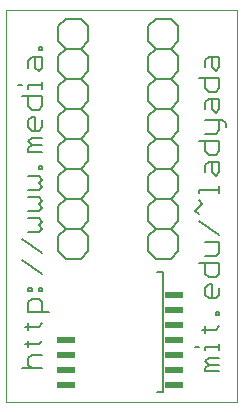
<source format=gto>
G75*
G70*
%OFA0B0*%
%FSLAX24Y24*%
%IPPOS*%
%LPD*%
%AMOC8*
5,1,8,0,0,1.08239X$1,22.5*
%
%ADD10C,0.0000*%
%ADD11C,0.0080*%
%ADD12C,0.0060*%
%ADD13R,0.0598X0.0193*%
%ADD14R,0.0599X0.0193*%
D10*
X000264Y014476D02*
X000264Y001406D01*
X007956Y001406D01*
X007956Y014476D01*
X000264Y014476D01*
D11*
X001131Y012898D02*
X001018Y012785D01*
X001018Y012558D01*
X001131Y012898D02*
X001472Y012898D01*
X001472Y012558D01*
X001358Y012444D01*
X001245Y012558D01*
X001245Y012898D01*
X001358Y013144D02*
X001358Y013257D01*
X001472Y013257D01*
X001472Y013144D01*
X001358Y013144D01*
X001472Y012088D02*
X001472Y011861D01*
X001472Y011975D02*
X001018Y011975D01*
X001018Y011861D01*
X001018Y011615D02*
X001018Y011275D01*
X001131Y011161D01*
X001358Y011161D01*
X001472Y011275D01*
X001472Y011615D01*
X000791Y011615D01*
X000791Y011975D02*
X000678Y011975D01*
X001131Y010915D02*
X001245Y010915D01*
X001245Y010462D01*
X001358Y010462D02*
X001131Y010462D01*
X001018Y010575D01*
X001018Y010802D01*
X001131Y010915D01*
X001472Y010575D02*
X001358Y010462D01*
X001472Y010575D02*
X001472Y010802D01*
X001472Y010216D02*
X001131Y010216D01*
X001018Y010102D01*
X001131Y009989D01*
X001472Y009989D01*
X001472Y009762D02*
X001018Y009762D01*
X001018Y009875D01*
X001131Y009989D01*
X001358Y009292D02*
X001472Y009292D01*
X001472Y009179D01*
X001358Y009179D01*
X001358Y009292D01*
X001358Y008933D02*
X001018Y008933D01*
X001018Y008479D02*
X001358Y008479D01*
X001472Y008592D01*
X001358Y008706D01*
X001472Y008819D01*
X001358Y008933D01*
X001358Y008233D02*
X001018Y008233D01*
X001018Y007779D02*
X001358Y007779D01*
X001472Y007893D01*
X001358Y008006D01*
X001472Y008119D01*
X001358Y008233D01*
X001358Y007533D02*
X001018Y007533D01*
X001018Y007079D02*
X001358Y007079D01*
X001472Y007193D01*
X001358Y007306D01*
X001472Y007420D01*
X001358Y007533D01*
X000791Y006833D02*
X001472Y006380D01*
X001472Y005680D02*
X000791Y006134D01*
X001018Y005210D02*
X001131Y005210D01*
X001131Y005097D01*
X001018Y005097D01*
X001018Y005210D01*
X001131Y004851D02*
X001018Y004737D01*
X001018Y004397D01*
X001699Y004397D01*
X001472Y004397D02*
X001472Y004737D01*
X001358Y004851D01*
X001131Y004851D01*
X001358Y005097D02*
X001472Y005097D01*
X001472Y005210D01*
X001358Y005210D01*
X001358Y005097D01*
X001472Y004041D02*
X001358Y003927D01*
X000905Y003927D01*
X001018Y003814D02*
X001018Y004041D01*
X001018Y003457D02*
X001018Y003231D01*
X000905Y003344D02*
X001358Y003344D01*
X001472Y003457D01*
X001472Y002985D02*
X001131Y002985D01*
X001018Y002871D01*
X001018Y002644D01*
X001131Y002531D01*
X000791Y002531D02*
X001472Y002531D01*
X005321Y001746D02*
X005518Y001746D01*
X005518Y005736D01*
X005321Y005736D01*
X006691Y007679D02*
X006578Y007793D01*
X006805Y008019D01*
X006691Y008133D01*
X006691Y008379D02*
X006691Y008492D01*
X007372Y008492D01*
X007372Y008379D02*
X007372Y008606D01*
X007258Y008962D02*
X007145Y009075D01*
X007145Y009416D01*
X007031Y009416D02*
X007372Y009416D01*
X007372Y009075D01*
X007258Y008962D01*
X006918Y009302D02*
X007031Y009416D01*
X007031Y009662D02*
X006918Y009775D01*
X006918Y010116D01*
X006918Y010362D02*
X007258Y010362D01*
X007372Y010475D01*
X007372Y010815D01*
X007485Y010815D02*
X007599Y010702D01*
X007599Y010588D01*
X007485Y010815D02*
X006918Y010815D01*
X006918Y011175D02*
X006918Y011402D01*
X007031Y011515D01*
X007372Y011515D01*
X007372Y011175D01*
X007258Y011061D01*
X007145Y011175D01*
X007145Y011515D01*
X007258Y011761D02*
X007031Y011761D01*
X006918Y011875D01*
X006918Y012215D01*
X006691Y012215D02*
X007372Y012215D01*
X007372Y011875D01*
X007258Y011761D01*
X007258Y012461D02*
X007145Y012574D01*
X007145Y012915D01*
X007031Y012915D02*
X007372Y012915D01*
X007372Y012574D01*
X007258Y012461D01*
X006918Y012801D02*
X007031Y012915D01*
X006918Y012801D02*
X006918Y012574D01*
X006691Y010116D02*
X007372Y010116D01*
X007372Y009775D01*
X007258Y009662D01*
X007031Y009662D01*
X006918Y009302D02*
X006918Y009075D01*
X006691Y007433D02*
X007372Y006979D01*
X007372Y006733D02*
X006918Y006733D01*
X006918Y006280D02*
X007258Y006280D01*
X007372Y006393D01*
X007372Y006733D01*
X007372Y006034D02*
X007372Y005693D01*
X007258Y005580D01*
X007031Y005580D01*
X006918Y005693D01*
X006918Y006034D01*
X006691Y006034D02*
X007372Y006034D01*
X007145Y005334D02*
X007031Y005334D01*
X006918Y005220D01*
X006918Y004994D01*
X007031Y004880D01*
X007258Y004880D01*
X007372Y004994D01*
X007372Y005220D01*
X007145Y005334D02*
X007145Y004880D01*
X007258Y004410D02*
X007372Y004410D01*
X007372Y004297D01*
X007258Y004297D01*
X007258Y004410D01*
X007372Y003941D02*
X007258Y003827D01*
X006805Y003827D01*
X006918Y003714D02*
X006918Y003941D01*
X006918Y003244D02*
X007372Y003244D01*
X007372Y003131D02*
X007372Y003357D01*
X007372Y002885D02*
X007031Y002885D01*
X006918Y002771D01*
X007031Y002658D01*
X007372Y002658D01*
X007372Y002431D02*
X006918Y002431D01*
X006918Y002544D01*
X007031Y002658D01*
X006918Y003131D02*
X006918Y003244D01*
X006691Y003244D02*
X006578Y003244D01*
D12*
X005762Y006191D02*
X005262Y006191D01*
X005012Y006441D01*
X005012Y006941D01*
X005262Y007191D01*
X005012Y007441D01*
X005012Y007941D01*
X005262Y008191D01*
X005012Y008441D01*
X005012Y008941D01*
X005262Y009191D01*
X005012Y009441D01*
X005012Y009941D01*
X005262Y010191D01*
X005012Y010441D01*
X005012Y010941D01*
X005262Y011191D01*
X005012Y011441D01*
X005012Y011941D01*
X005262Y012191D01*
X005012Y012441D01*
X005012Y012941D01*
X005262Y013191D01*
X005012Y013441D01*
X005012Y013941D01*
X005262Y014191D01*
X005762Y014191D01*
X006012Y013941D01*
X006012Y013441D01*
X005762Y013191D01*
X006012Y012941D01*
X006012Y012441D01*
X005762Y012191D01*
X005262Y012191D01*
X005762Y012191D02*
X006012Y011941D01*
X006012Y011441D01*
X005762Y011191D01*
X006012Y010941D01*
X006012Y010441D01*
X005762Y010191D01*
X006012Y009941D01*
X006012Y009441D01*
X005762Y009191D01*
X005262Y009191D01*
X005762Y009191D02*
X006012Y008941D01*
X006012Y008441D01*
X005762Y008191D01*
X006012Y007941D01*
X006012Y007441D01*
X005762Y007191D01*
X006012Y006941D01*
X006012Y006441D01*
X005762Y006191D01*
X005762Y007191D02*
X005262Y007191D01*
X005262Y008191D02*
X005762Y008191D01*
X005762Y010191D02*
X005262Y010191D01*
X005262Y011191D02*
X005762Y011191D01*
X005762Y013191D02*
X005262Y013191D01*
X003012Y012941D02*
X003012Y012441D01*
X002762Y012191D01*
X002262Y012191D01*
X002012Y012441D01*
X002012Y012941D01*
X002262Y013191D01*
X002012Y013441D01*
X002012Y013941D01*
X002262Y014191D01*
X002762Y014191D01*
X003012Y013941D01*
X003012Y013441D01*
X002762Y013191D01*
X003012Y012941D01*
X002762Y013191D02*
X002262Y013191D01*
X002262Y012191D02*
X002012Y011941D01*
X002012Y011441D01*
X002262Y011191D01*
X002012Y010941D01*
X002012Y010441D01*
X002262Y010191D01*
X002012Y009941D01*
X002012Y009441D01*
X002262Y009191D01*
X002762Y009191D01*
X003012Y009441D01*
X003012Y009941D01*
X002762Y010191D01*
X002262Y010191D01*
X002762Y010191D02*
X003012Y010441D01*
X003012Y010941D01*
X002762Y011191D01*
X002262Y011191D01*
X002762Y011191D02*
X003012Y011441D01*
X003012Y011941D01*
X002762Y012191D01*
X002762Y009191D02*
X003012Y008941D01*
X003012Y008441D01*
X002762Y008191D01*
X003012Y007941D01*
X003012Y007441D01*
X002762Y007191D01*
X003012Y006941D01*
X003012Y006441D01*
X002762Y006191D01*
X002262Y006191D01*
X002012Y006441D01*
X002012Y006941D01*
X002262Y007191D01*
X002012Y007441D01*
X002012Y007941D01*
X002262Y008191D01*
X002012Y008441D01*
X002012Y008941D01*
X002262Y009191D01*
X002262Y008191D02*
X002762Y008191D01*
X002762Y007191D02*
X002262Y007191D01*
D13*
X002266Y003491D03*
X002266Y002991D03*
X002266Y002491D03*
X002266Y001991D03*
X005857Y001991D03*
X005857Y002491D03*
X005857Y002991D03*
X005857Y003491D03*
D14*
X005857Y003991D03*
X005857Y004491D03*
X005857Y004991D03*
M02*

</source>
